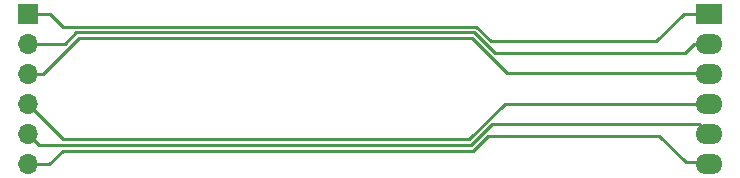
<source format=gtl>
G04 #@! TF.GenerationSoftware,KiCad,Pcbnew,(5.0.0-rc2-dev-222-g3b0a758)*
G04 #@! TF.CreationDate,2018-04-29T02:35:51+02:00*
G04 #@! TF.ProjectId,6pin100mil,3670696E3130306D696C2E6B69636164,rev?*
G04 #@! TF.SameCoordinates,Original*
G04 #@! TF.FileFunction,Copper,L1,Top,Signal*
G04 #@! TF.FilePolarity,Positive*
%FSLAX46Y46*%
G04 Gerber Fmt 4.6, Leading zero omitted, Abs format (unit mm)*
G04 Created by KiCad (PCBNEW (5.0.0-rc2-dev-222-g3b0a758)) date Sunday, 29 April 2018 at 02:35:51*
%MOMM*%
%LPD*%
G01*
G04 APERTURE LIST*
%ADD10O,2.300000X1.700000*%
%ADD11R,2.300000X1.700000*%
%ADD12R,1.700000X1.700000*%
%ADD13O,1.700000X1.700000*%
%ADD14C,0.250000*%
G04 APERTURE END LIST*
D10*
X110500000Y-62860000D03*
X110500000Y-60320000D03*
X110500000Y-57780000D03*
X110500000Y-55240000D03*
X110500000Y-52700000D03*
D11*
X110500000Y-50160000D03*
D12*
X52800000Y-50160000D03*
D13*
X52800000Y-52700000D03*
X52800000Y-55240000D03*
X52800000Y-57780000D03*
X52800000Y-60320000D03*
X52800000Y-62860000D03*
D14*
X109297919Y-57780000D02*
X110500000Y-57780000D01*
X90177179Y-60800000D02*
X93197179Y-57780000D01*
X52800000Y-57780000D02*
X55820000Y-60800000D01*
X55820000Y-60800000D02*
X90177179Y-60800000D01*
X93197179Y-57780000D02*
X109297919Y-57780000D01*
X52800000Y-55240000D02*
X54066000Y-55240000D01*
X57106000Y-52200000D02*
X90400000Y-52200000D01*
X54066000Y-55240000D02*
X57106000Y-52200000D01*
X90400000Y-52200000D02*
X93400000Y-55200000D01*
X93400000Y-55200000D02*
X110460000Y-55200000D01*
X110460000Y-55200000D02*
X110500000Y-55240000D01*
X52800000Y-52700000D02*
X55969589Y-52700000D01*
X55969589Y-52700000D02*
X56919600Y-51749989D01*
X56919600Y-51749989D02*
X90586400Y-51749989D01*
X90586400Y-51749989D02*
X92336411Y-53500000D01*
X92336411Y-53500000D02*
X108434000Y-53500000D01*
X108434000Y-53500000D02*
X109234000Y-52700000D01*
X109234000Y-52700000D02*
X110500000Y-52700000D01*
X52800000Y-50160000D02*
X54660000Y-50160000D01*
X106000000Y-52500000D02*
X108340000Y-50160000D01*
X54660000Y-50160000D02*
X55750000Y-51250000D01*
X55750000Y-51250000D02*
X90750000Y-51250000D01*
X90750000Y-51250000D02*
X92000000Y-52500000D01*
X92000000Y-52500000D02*
X106000000Y-52500000D01*
X108340000Y-50160000D02*
X110500000Y-50160000D01*
X109650001Y-59470001D02*
X110500000Y-60320000D01*
X53730011Y-61250011D02*
X90363579Y-61250011D01*
X90363579Y-61250011D02*
X92143589Y-59470001D01*
X52800000Y-60320000D02*
X53730011Y-61250011D01*
X92143589Y-59470001D02*
X109650001Y-59470001D01*
X52800000Y-62860000D02*
X54640000Y-62860000D01*
X54640000Y-62860000D02*
X55750000Y-61750000D01*
X91750000Y-60500000D02*
X106250000Y-60500000D01*
X55750000Y-61750000D02*
X90500000Y-61750000D01*
X90500000Y-61750000D02*
X91750000Y-60500000D01*
X106250000Y-60500000D02*
X108500000Y-62750000D01*
X110390000Y-62750000D02*
X110500000Y-62860000D01*
X108500000Y-62750000D02*
X110390000Y-62750000D01*
M02*

</source>
